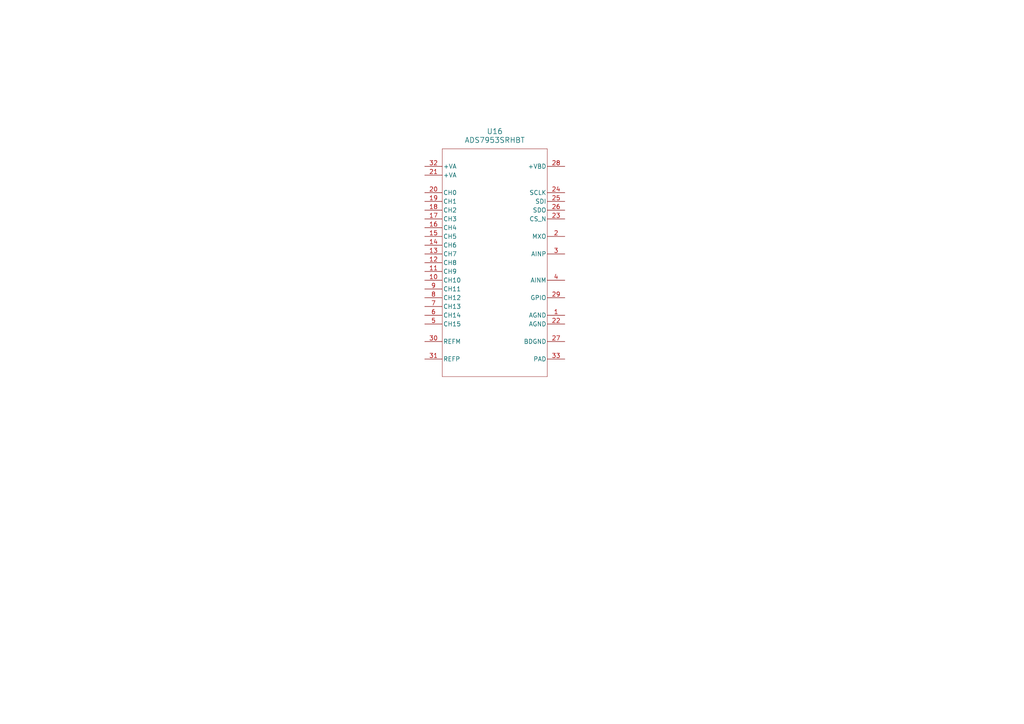
<source format=kicad_sch>
(kicad_sch (version 20230121) (generator eeschema)
  (paper "A4")
  (lib_symbols
    (symbol "ADS7953SRHBT:ADS7953SRHBT" (pin_names (offset 0.254))
      (property "Reference" "U" (at 0 2.54 0))
      (property "Value" "ADS7953SRHBT" (at 0 0 0))
      (symbol "ADS7953SRHBT_0_1"
        (polyline (pts (xy -15.24 -33.02) (xy 15.24 -33.02)) (stroke (width 0.1016)))
        (polyline (pts (xy -15.24 33.02) (xy -15.24 -33.02)) (stroke (width 0.1016)))
        (polyline (pts (xy 15.24 -33.02) (xy 15.24 33.02)) (stroke (width 0.1016)))
        (polyline (pts (xy 15.24 33.02) (xy -15.24 33.02)) (stroke (width 0.1016)))
        (pin power_in line (at 20.32 -15.24 180) (length 5.08) (name "AGND") (number "1"))
        (pin input line (at -20.32 -5.08 0) (length 5.08) (name "CH10") (number "10"))
        (pin input line (at -20.32 -2.54 0) (length 5.08) (name "CH9") (number "11"))
        (pin input line (at -20.32 0 0) (length 5.08) (name "CH8") (number "12"))
        (pin input line (at -20.32 2.54 0) (length 5.08) (name "CH7") (number "13"))
        (pin input line (at -20.32 5.08 0) (length 5.08) (name "CH6") (number "14"))
        (pin input line (at -20.32 7.62 0) (length 5.08) (name "CH5") (number "15"))
        (pin input line (at -20.32 10.16 0) (length 5.08) (name "CH4") (number "16"))
        (pin input line (at -20.32 12.7 0) (length 5.08) (name "CH3") (number "17"))
        (pin input line (at -20.32 15.24 0) (length 5.08) (name "CH2") (number "18"))
        (pin input line (at -20.32 17.78 0) (length 5.08) (name "CH1") (number "19"))
        (pin output line (at 20.32 7.62 180) (length 5.08) (name "MXO") (number "2"))
        (pin input line (at -20.32 20.32 0) (length 5.08) (name "CH0") (number "20"))
        (pin power_in line (at -20.32 25.4 0) (length 5.08) (name "+VA") (number "21"))
        (pin power_in line (at 20.32 -17.78 180) (length 5.08) (name "AGND") (number "22"))
        (pin input line (at 20.32 12.7 180) (length 5.08) (name "CS_N") (number "23"))
        (pin input line (at 20.32 20.32 180) (length 5.08) (name "SCLK") (number "24"))
        (pin input line (at 20.32 17.78 180) (length 5.08) (name "SDI") (number "25"))
        (pin output line (at 20.32 15.24 180) (length 5.08) (name "SDO") (number "26"))
        (pin power_in line (at 20.32 -22.86 180) (length 5.08) (name "BDGND") (number "27"))
        (pin power_in line (at 20.32 27.94 180) (length 5.08) (name "+VBD") (number "28"))
        (pin bidirectional line (at 20.32 -10.16 180) (length 5.08) (name "GPIO") (number "29"))
        (pin input line (at 20.32 2.54 180) (length 5.08) (name "AINP") (number "3"))
        (pin power_in line (at -20.32 -22.86 0) (length 5.08) (name "REFM") (number "30"))
        (pin input line (at -20.32 -27.94 0) (length 5.08) (name "REFP") (number "31"))
        (pin power_in line (at -20.32 27.94 0) (length 5.08) (name "+VA") (number "32"))
        (pin power_in line (at 20.32 -27.94 180) (length 5.08) (name "PAD") (number "33"))
        (pin power_in line (at 20.32 -5.08 180) (length 5.08) (name "AINM") (number "4"))
        (pin input line (at -20.32 -17.78 0) (length 5.08) (name "CH15") (number "5"))
        (pin input line (at -20.32 -15.24 0) (length 5.08) (name "CH14") (number "6"))
        (pin input line (at -20.32 -12.7 0) (length 5.08) (name "CH13") (number "7"))
        (pin input line (at -20.32 -10.16 0) (length 5.08) (name "CH12") (number "8"))
        (pin input line (at -20.32 -7.62 0) (length 5.08) (name "CH11") (number "9"))
      )
    )
  )
  (symbol (lib_id "ADS7953SRHBT:ADS7953SRHBT") (at 143.51 76.2 0) (unit 1)
    (property "Reference" "U16" (at 143.51 38.1 0) (effects (font (size 1.524 1.524))))
    (property "Value" "ADS7953SRHBT" (at 143.51 40.64 0) (effects (font (size 1.524 1.524))))
    (property "Footprint" "RHB0032D" (effects hide))
    (property "Datasheet" "ADS7953SRHBT" (effects hide))
  )
)
</source>
